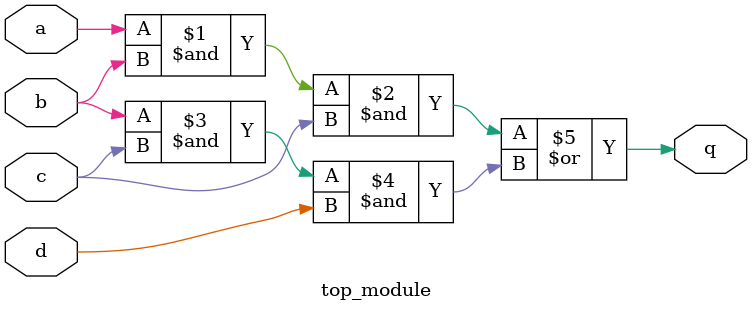
<source format=sv>
module top_module (
    input a,
    input b,
    input c,
    input d,
    output q
);

	// Implement combinational logic
	assign q = (a & b & c) | (b & c & d);

endmodule

</source>
